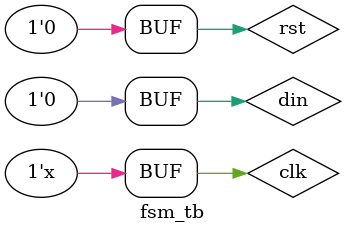
<source format=v>
`timescale 1ns / 1ps

module fsm_tb;

    // Inputs
    reg clk;
    reg rst;
    reg din;

    // Output
    wire dout;

    // Instantiate the FSM
    fsm uut (
        .clk(clk),
        .rst(rst),
        .din(din),
        .dout(dout)
    );

    // Clock generation (10ns period)
    always #5 clk = ~clk;

    initial begin
        // Initialize signals
        clk = 0;
        rst = 1;
        din = 0;

        // Apply reset
        #20;
        rst = 0;

        // Test sequence
        // 1) No consecutive 1s
        #10 din = 0;
        #10 din = 1;
        #10 din = 0;

        // 2) Two consecutive 1s (should NOT set dout)
        #10 din = 1;
        #10 din = 1;
        #10 din = 0;

        // 3) Three consecutive 1s (should set dout = 1)
        #10 din = 1;
        #10 din = 1;
        #10 din = 1;

        // 4) More than three 1s (dout should stay 1)
        #10 din = 1;
        #10 din = 1;

        // 5) Break sequence
        #10 din = 0;

        // Finish simulation
        #20;
//        $stop;
    end

endmodule

</source>
